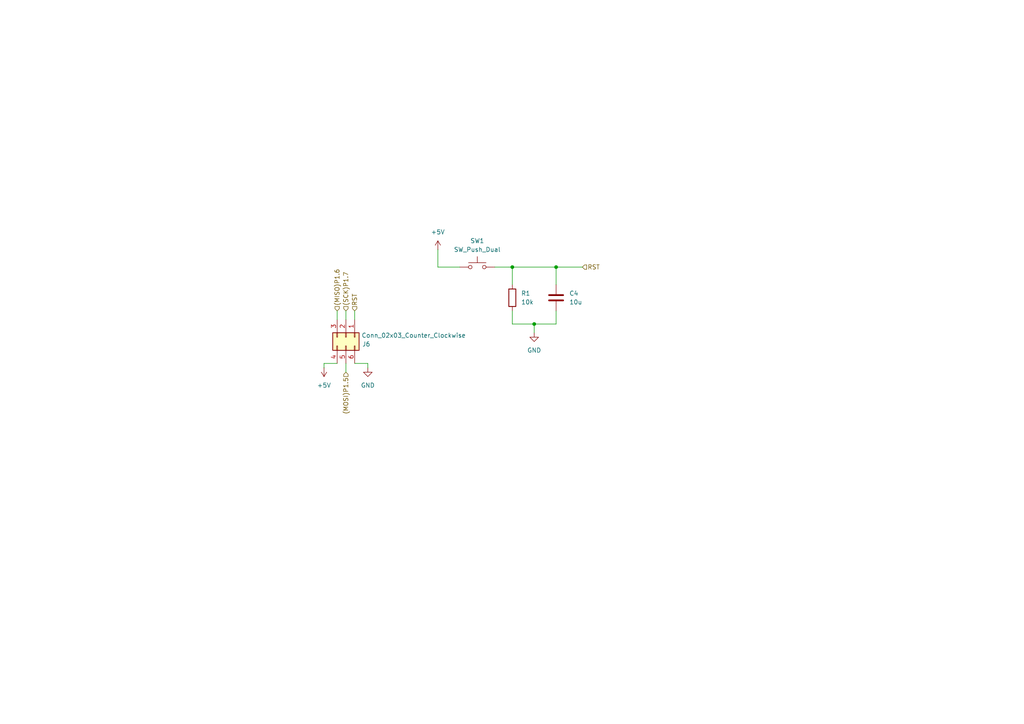
<source format=kicad_sch>
(kicad_sch (version 20250114) (generator "eeschema") (generator_version "9.0")
  (paper "A4")
  (lib_symbols
    (symbol "Connector_Generic:Conn_02x03_Counter_Clockwise" (pin_names (offset 1.016) (hide yes))
      (property "Reference" "J" (at 1.27 5.08 0))
      (property "Value" "Conn_02x03_Counter_Clockwise" (at 1.27 -5.08 0))
      (symbol "Conn_02x03_Counter_Clockwise_1_1"
        (rectangle (start -1.27 3.81) (end 3.81 -3.81) (stroke (width 0.254)) (fill (type background)))
        (rectangle (start -1.27 2.667) (end 0 2.413) (stroke (width 0.1524)))
        (rectangle (start -1.27 0.127) (end 0 -0.127) (stroke (width 0.1524)))
        (rectangle (start -1.27 -2.413) (end 0 -2.667) (stroke (width 0.1524)))
        (rectangle (start 3.81 2.667) (end 2.54 2.413) (stroke (width 0.1524)))
        (rectangle (start 3.81 0.127) (end 2.54 -0.127) (stroke (width 0.1524)))
        (rectangle (start 3.81 -2.413) (end 2.54 -2.667) (stroke (width 0.1524)))
        (pin passive line (at -5.08 2.54 0) (length 3.81) (name "Pin_1") (number "1"))
        (pin passive line (at -5.08 0 0) (length 3.81) (name "Pin_2") (number "2"))
        (pin passive line (at -5.08 -2.54 0) (length 3.81) (name "Pin_3") (number "3"))
        (pin passive line (at 7.62 2.54 180) (length 3.81) (name "Pin_6") (number "6"))
        (pin passive line (at 7.62 0 180) (length 3.81) (name "Pin_5") (number "5"))
        (pin passive line (at 7.62 -2.54 180) (length 3.81) (name "Pin_4") (number "4"))
      )
    )
    (symbol "Device:C" (pin_numbers (hide yes)) (pin_names (offset 0.254))
      (property "Reference" "C" (at 0.635 2.54 0))
      (property "Value" "C" (at 0.635 -2.54 0))
      (symbol "C_0_1"
        (polyline (pts (xy -2.032 0.762) (xy 2.032 0.762)) (stroke (width 0.508)))
        (polyline (pts (xy -2.032 -0.762) (xy 2.032 -0.762)) (stroke (width 0.508)))
      )
      (symbol "C_1_1"
        (pin passive line (at 0 3.81 270) (length 2.794) (name "~") (number "1"))
        (pin passive line (at 0 -3.81 90) (length 2.794) (name "~") (number "2"))
      )
    )
    (symbol "Device:R" (pin_numbers (hide yes)) (pin_names (offset 0))
      (property "Reference" "R" (at 2.032 0 90))
      (property "Value" "R" (at 0 0 90))
      (symbol "R_0_1"
        (rectangle (start -1.016 -2.54) (end 1.016 2.54) (stroke (width 0.254)))
      )
      (symbol "R_1_1"
        (pin passive line (at 0 3.81 270) (length 1.27) (name "~") (number "1"))
        (pin passive line (at 0 -3.81 90) (length 1.27) (name "~") (number "2"))
      )
    )
    (symbol "Switch:SW_Push" (pin_numbers (hide yes)) (pin_names (offset 1.016) (hide yes))
      (property "Reference" "SW" (at 1.27 2.54 0))
      (property "Value" "SW_Push" (at 0 -1.524 0))
      (symbol "SW_Push_0_1"
        (circle (center -2.032 0) (radius 0.508))
        (polyline (pts (xy 0 1.27) (xy 0 3.048)))
        (circle (center 2.032 0) (radius 0.508))
        (polyline (pts (xy 2.54 1.27) (xy -2.54 1.27)))
        (pin passive line (at -5.08 0 0) (length 2.54) (name "1") (number "1"))
        (pin passive line (at 5.08 0 180) (length 2.54) (name "2") (number "2"))
      )
    )
    (symbol "power:+5V" (power) (pin_numbers (hide yes)) (pin_names (offset 0) (hide yes))
      (property "Value" "+5V" (at 0 3.556 0))
      (symbol "+5V_0_1"
        (polyline (pts (xy -0.762 1.27) (xy 0 2.54)))
        (polyline (pts (xy 0 2.54) (xy 0.762 1.27)))
        (polyline (pts (xy 0 0) (xy 0 2.54)))
      )
      (symbol "+5V_1_1"
        (pin power_in line (at 0 0 90) (length 0) (name "~") (number "1"))
      )
    )
    (symbol "power:GND" (power) (pin_numbers (hide yes)) (pin_names (offset 0) (hide yes))
      (property "Value" "GND" (at 0 -3.81 0))
      (symbol "GND_0_1"
        (polyline (pts (xy 0 0) (xy 0 -1.27) (xy 1.27 -1.27) (xy 0 -2.54) (xy -1.27 -1.27) (xy 0 -1.27)))
      )
      (symbol "GND_1_1"
        (pin power_in line (at 0 0 270) (length 0) (name "~") (number "1"))
      )
    )
  )
  (junction (at 154.94 93.98))
  (junction (at 161.29 77.47))
  (junction (at 148.59 77.47))
  (wire (pts (xy 97.79 105.41) (xy 93.98 105.41)))
  (wire (pts (xy 127 72.39) (xy 127 77.47)))
  (wire (pts (xy 161.29 93.98) (xy 161.29 90.17)))
  (wire (pts (xy 161.29 77.47) (xy 161.29 82.55)))
  (wire (pts (xy 148.59 93.98) (xy 148.59 90.17)))
  (wire (pts (xy 102.87 105.41) (xy 106.68 105.41)))
  (wire (pts (xy 154.94 93.98) (xy 161.29 93.98)))
  (wire (pts (xy 148.59 77.47) (xy 148.59 82.55)))
  (wire (pts (xy 148.59 77.47) (xy 143.51 77.47)))
  (wire (pts (xy 97.79 90.17) (xy 97.79 92.71)))
  (wire (pts (xy 100.33 105.41) (xy 100.33 107.95)))
  (wire (pts (xy 100.33 90.17) (xy 100.33 92.71)))
  (wire (pts (xy 93.98 105.41) (xy 93.98 106.68)))
  (wire (pts (xy 127 77.47) (xy 133.35 77.47)))
  (wire (pts (xy 154.94 93.98) (xy 148.59 93.98)))
  (wire (pts (xy 154.94 93.98) (xy 154.94 96.52)))
  (wire (pts (xy 161.29 77.47) (xy 148.59 77.47)))
  (wire (pts (xy 168.91 77.47) (xy 161.29 77.47)))
  (wire (pts (xy 106.68 105.41) (xy 106.68 106.68)))
  (wire (pts (xy 102.87 90.17) (xy 102.87 92.71)))
  (hierarchical_label "RST" (shape input) (at 102.87 90.17 90))
  (hierarchical_label "(MOSI)P1.5" (shape input) (at 100.33 107.95 270))
  (hierarchical_label "RST" (shape input) (at 168.91 77.47 0))
  (hierarchical_label "(MISO)P1.6" (shape input) (at 97.79 90.17 90))
  (hierarchical_label "(SCK)P1.7" (shape input) (at 100.33 90.17 90))
  (symbol (lib_id "Device:C") (at 161.29 86.36 0) (unit 1)
    (property "Reference" "C4" (at 165.1 85.0899 0) (effects (justify left)))
    (property "Value" "10u" (at 165.1 87.6299 0) (effects (justify left)))
    (property "Footprint" "Capacitor_SMD:C_1206_3216Metric_Pad1.33x1.80mm_HandSolder" (effects (hide yes)))
    (property "Description" "Unpolarized capacitor" (effects (hide yes)))
  )
  (symbol (lib_id "power:+5V") (at 127 72.39 0) (unit 1)
    (property "Reference" "#PWR08" (effects (hide yes)))
    (property "Value" "+5V" (at 127 67.31 0))
    (property "Description" "Power symbol creates a global label with name \"+5V\"" (effects (hide yes)))
  )
  (symbol (lib_id "Connector_Generic:Conn_02x03_Counter_Clockwise") (at 100.33 97.79 270) (unit 1)
    (property "Reference" "J6" (at 107.442 99.822 90) (effects (justify right)))
    (property "Value" "Conn_02x03_Counter_Clockwise" (at 135.128 97.282 90) (effects (justify right)))
    (property "Footprint" "Connector_PinHeader_2.54mm:PinHeader_2x03_P2.54mm_Vertical" (effects (hide yes)))
    (property "Description" "Generic connector, double row, 02x03, counter clockwise pin numbering scheme (similar to DIP package numbering), script generated (kicad-library-utils/schlib/autogen/connector/)" (effects (hide yes)))
  )
  (symbol (lib_id "power:GND") (at 106.68 106.68 0) (mirror y) (unit 1)
    (property "Reference" "#PWR06" (effects (hide yes)))
    (property "Value" "GND" (at 106.68 111.76 0))
    (property "Description" "Power symbol creates a global label with name \"GND\" , ground" (effects (hide yes)))
  )
  (symbol (lib_id "power:GND") (at 154.94 96.52 0) (unit 1)
    (property "Reference" "#PWR09" (effects (hide yes)))
    (property "Value" "GND" (at 154.94 101.6 0))
    (property "Description" "Power symbol creates a global label with name \"GND\" , ground" (effects (hide yes)))
  )
  (symbol (lib_id "power:+5V") (at 93.98 106.68 0) (mirror x) (unit 1)
    (property "Reference" "#PWR07" (effects (hide yes)))
    (property "Value" "+5V" (at 93.98 111.76 0))
    (property "Description" "Power symbol creates a global label with name \"+5V\"" (effects (hide yes)))
  )
  (symbol (lib_id "Switch:SW_Push") (at 138.43 77.47 0) (unit 1)
    (property "Reference" "SW1" (at 138.43 69.85 0))
    (property "Value" "SW_Push_Dual" (at 138.43 72.39 0))
    (property "Footprint" "Button_Switch_THT:SW_PUSH_6mm_H7.3mm" (effects (hide yes)))
    (property "Description" "Push button switch, generic, two pins" (effects (hide yes)))
  )
  (symbol (lib_id "Device:R") (at 148.59 86.36 180) (unit 1)
    (property "Reference" "R1" (at 151.13 85.0899 0) (effects (justify right)))
    (property "Value" "10k" (at 151.13 87.6299 0) (effects (justify right)))
    (property "Footprint" "Resistor_SMD:R_1206_3216Metric_Pad1.30x1.75mm_HandSolder" (effects (hide yes)))
    (property "Description" "Resistor" (effects (hide yes)))
  )
)
</source>
